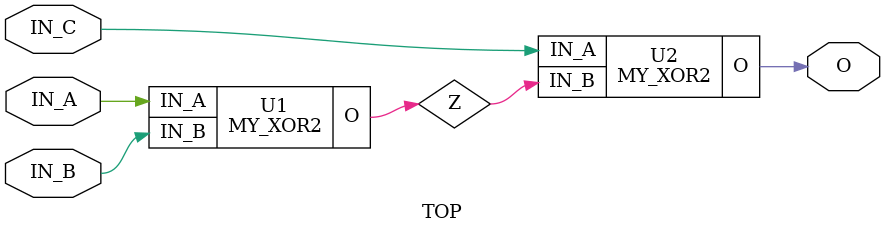
<source format=v>
module MY_XOR2(input wire IN_A , // 入力A
    input wire IN_B , // 入力B
    output wire O // 出力O
    );

    assign IA = IN_A & ~IN_B;
    assign IB = ~IN_A & IN_B;
    assign O = IA | IB;
endmodule

module TOP(
    input IN_A , // in : Input A
    input IN_B , // in : Input B
    input IN_C , // in : Input C
    output O // out : Output
    );

    wire Z ;
    MY_XOR2 U1(
    .IN_A (IN_A),
    .IN_B (IN_B),
    .O (Z)
    );
    MY_XOR2 U2(
    .IN_A (IN_C),
    .IN_B (Z),
    .O (O)
    );
endmodule

</source>
